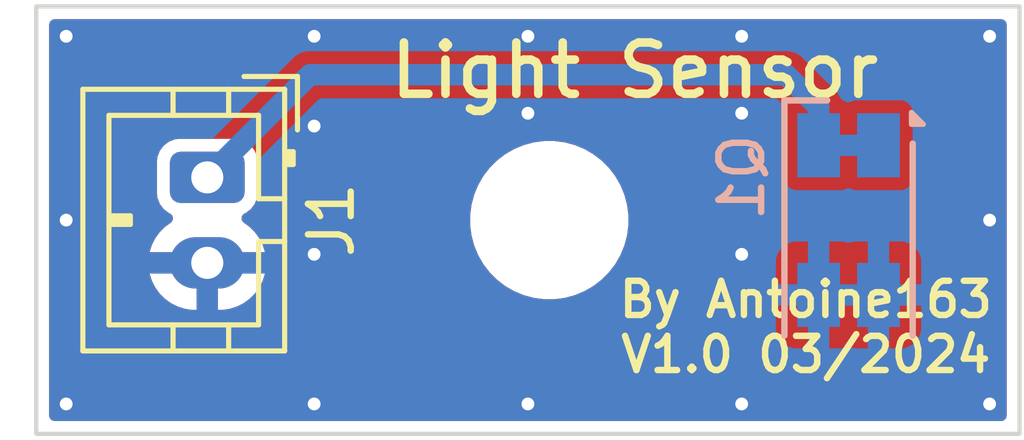
<source format=kicad_pcb>
(kicad_pcb (version 20240108) (generator "pcbnew") (generator_version "8.0")
  (title_block (title "BleSmartLock - LightSensor") (date "2024-03-16") (rev "1.0") (company "AM163") (comment 4 "AISLER Project ID: BTKFRAHW"))
  (layers (0 "F.Cu" mixed) (31 "B.Cu" mixed) (34 "B.Paste" user) (35 "F.Paste" user) (36 "B.SilkS" user "B.Silkscreen") (37 "F.SilkS" user "F.Silkscreen") (38 "B.Mask" user) (39 "F.Mask" user) (44 "Edge.Cuts" user))
  (net 0 "")
  (net 1 "Net-(J1-Pin_1)")
  (net 2 "GND")
  (footprint "Connector_JST:JST_PH_B2B-PH-K_1x02_P2.00mm_Vertical" (layer "F.Cu") (at 139 88 -90)
    (property "Reference" "J1" (at 1 -2.9 -90) (layer "F.SilkS"))
    (property "Value" "Conn_01x02")
    (fp_line (start -2.06 2.91) (end 4.06 2.91) (stroke (width 0.12)) (layer "F.SilkS"))
    (fp_line (start 4.06 2.91) (end 4.06 -1.81) (stroke (width 0.12)) (layer "F.SilkS"))
    (fp_line (start -1.45 2.3) (end 3.45 2.3) (stroke (width 0.12)) (layer "F.SilkS"))
    (fp_line (start 0.9 2.3) (end 0.9 1.8) (stroke (width 0.12)) (layer "F.SilkS"))
    (fp_line (start 1 2.3) (end 1 1.8) (stroke (width 0.12)) (layer "F.SilkS"))
    (fp_line (start 3.45 2.3) (end 3.45 -1.2) (stroke (width 0.12)) (layer "F.SilkS"))
    (fp_line (start 0.9 1.8) (end 1.1 1.8) (stroke (width 0.12)) (layer "F.SilkS"))
    (fp_line (start 1.1 1.8) (end 1.1 2.3) (stroke (width 0.12)) (layer "F.SilkS"))
    (fp_line (start -2.06 0.8) (end -1.45 0.8) (stroke (width 0.12)) (layer "F.SilkS"))
    (fp_line (start 4.06 0.8) (end 3.45 0.8) (stroke (width 0.12)) (layer "F.SilkS"))
    (fp_line (start -2.06 -0.5) (end -1.45 -0.5) (stroke (width 0.12)) (layer "F.SilkS"))
    (fp_line (start 4.06 -0.5) (end 3.45 -0.5) (stroke (width 0.12)) (layer "F.SilkS"))
    (fp_line (start -1.45 -1.2) (end -1.45 2.3) (stroke (width 0.12)) (layer "F.SilkS"))
    (fp_line (start 0.5 -1.2) (end -1.45 -1.2) (stroke (width 0.12)) (layer "F.SilkS"))
    (fp_line (start 1.5 -1.2) (end 1.5 -1.81) (stroke (width 0.12)) (layer "F.SilkS"))
    (fp_line (start 3.45 -1.2) (end 1.5 -1.2) (stroke (width 0.12)) (layer "F.SilkS"))
    (fp_line (start -2.06 -1.81) (end -2.06 2.91) (stroke (width 0.12)) (layer "F.SilkS"))
    (fp_line (start -0.3 -1.81) (end -0.3 -2.01) (stroke (width 0.12)) (layer "F.SilkS"))
    (fp_line (start 0.5 -1.81) (end 0.5 -1.2) (stroke (width 0.12)) (layer "F.SilkS"))
    (fp_line (start 4.06 -1.81) (end -2.06 -1.81) (stroke (width 0.12)) (layer "F.SilkS"))
    (fp_line (start -0.3 -1.91) (end -0.6 -1.91) (stroke (width 0.12)) (layer "F.SilkS"))
    (fp_line (start -0.6 -2.01) (end -0.6 -1.81) (stroke (width 0.12)) (layer "F.SilkS"))
    (fp_line (start -0.3 -2.01) (end -0.6 -2.01) (stroke (width 0.12)) (layer "F.SilkS"))
    (fp_line (start -2.36 -2.11) (end -2.36 -0.86) (stroke (width 0.12)) (layer "F.SilkS"))
    (fp_line (start -1.11 -2.11) (end -2.36 -2.11) (stroke (width 0.12)) (layer "F.SilkS"))
    (pad "1" thru_hole roundrect (at 0 0 270) (size 1.2 1.75) (drill 0.75) (layers "*.Cu" "*.Mask") (roundrect_rratio 0.208333) (net 1 "Net-(J1-Pin_1)"))
    (pad "2" thru_hole oval (at 2 0 270) (size 1.2 1.75) (drill 0.75) (layers "*.Cu" "*.Mask") (net 2 "GND"))
  )
  (footprint "OptoDevice:Kingbright_KPS-3227" (layer "B.Cu") (at 154 89 180)
    (property "Reference" "Q1" (at 2.5 1 -90) (layer "B.SilkS") (effects (justify mirror)))
    (property "Value" "KPS-3227")
    (fp_line (start 1.5 2.8) (end 1.5 -2.7) (stroke (width 0.15)) (layer "B.SilkS"))
    (fp_line (start 1.5 2.8) (end 0.5 2.8) (stroke (width 0.15)) (layer "B.SilkS"))
    (fp_line (start -1.5 1.79) (end -1.5 -2.7) (stroke (width 0.15)) (layer "B.SilkS"))
    (fp_poly (pts (xy -1.47 2.24) (xy -1.75 2.24) (xy -1.47 2.52) (xy -1.47 2.24)) (stroke (width 0.12)) (fill solid) (layer "B.SilkS"))
    (pad "1" smd rect (at -0.7 1.75 180) (size 1 1.5) (layers "B.Cu" "B.Paste" "B.Mask") (net 1 "Net-(J1-Pin_1)"))
    (pad "2" smd rect (at -0.7 -1.75 180) (size 1 1.5) (layers "B.Cu" "B.Paste" "B.Mask") (net 2 "GND"))
    (pad "3" smd rect (at 0.7 1.75 180) (size 1 1.5) (layers "B.Cu" "B.Paste" "B.Mask") (net 1 "Net-(J1-Pin_1)"))
    (pad "4" smd rect (at 0.7 -1.75 180) (size 1 1.5) (layers "B.Cu" "B.Paste" "B.Mask") (net 2 "GND"))
  )
  (footprint "MountingHole:MountingHole_3.2mm_M3" (layer "B.Cu") (at 147 89 -90)
    (property "Reference" "H1" (hide yes))
    (property "Value" "MountingHole")
    (pad "" np_thru_hole circle (at 0 0 270) (size 3.2 3.2) (drill 3.2) (layers "*.Cu" "*.Mask"))
  )
  (gr_rect (start 135 84) (end 158 94) (stroke (width 0.1)) (fill none) (layer "Edge.Cuts"))
  (gr_text "By Antoine163\nV1.0 03/2024" (at 153 91.5 -0) (layer "F.SilkS") (effects (font (size 0.8 0.8) (thickness 0.15) (bold yes))))
  (gr_text "Light Sensor" (at 149 85.5 -0) (layer "F.SilkS") (effects (font (size 1.2 1.2) (thickness 0.2) (bold yes))))
  (segment (start 152.54 85.6) (end 141.4 85.6) (width 0.5) (layer "B.Cu") (net 1))
  (segment (start 153.3 87.25) (end 153.3 86.36) (width 0.5) (layer "B.Cu") (net 1))
  (segment (start 153.3 87.25) (end 154.7 87.25) (width 0.5) (layer "B.Cu") (net 1))
  (segment (start 141.4 85.6) (end 139 88) (width 0.5) (layer "B.Cu") (net 1))
  (segment (start 153.3 86.36) (end 152.54 85.6) (width 0.5) (layer "B.Cu") (net 1))
  (segment (start 153.25 90.75) (end 153.3 90.75) (width 0.25) (layer "F.Cu") (net 2))
  (via (at 157.3 89) (size 0.7) (drill 0.3) (layers "F.Cu" "B.Cu") (net 2))
  (via (at 146.5 93.3) (size 0.7) (drill 0.3) (layers "F.Cu" "B.Cu") (net 2))
  (via (at 151.5 84.7) (size 0.7) (drill 0.3) (layers "F.Cu" "B.Cu") (net 2))
  (via (at 151.5 86.5) (size 0.7) (drill 0.3) (layers "F.Cu" "B.Cu") (net 2))
  (via (at 141.5 84.7) (size 0.7) (drill 0.3) (layers "F.Cu" "B.Cu") (net 2))
  (via (at 141.5 93.3) (size 0.7) (drill 0.3) (layers "F.Cu" "B.Cu") (net 2))
  (via (at 146.5 86.5) (size 0.7) (drill 0.3) (layers "F.Cu" "B.Cu") (net 2))
  (via (at 135.7 84.7) (size 0.7) (drill 0.3) (layers "F.Cu" "B.Cu") (net 2))
  (via (at 157.3 84.7) (size 0.7) (drill 0.3) (layers "F.Cu" "B.Cu") (net 2))
  (via (at 146.5 84.7) (size 0.7) (drill 0.3) (layers "F.Cu" "B.Cu") (net 2))
  (via (at 135.7 93.3) (size 0.7) (drill 0.3) (layers "F.Cu" "B.Cu") (net 2))
  (via (at 151.5 93.3) (size 0.7) (drill 0.3) (layers "F.Cu" "B.Cu") (net 2))
  (via (at 151.5 89.8) (size 0.7) (drill 0.3) (layers "F.Cu" "B.Cu") (net 2))
  (via (at 157.3 93.3) (size 0.7) (drill 0.3) (layers "F.Cu" "B.Cu") (net 2))
  (via (at 135.7 89) (size 0.7) (drill 0.3) (layers "F.Cu" "B.Cu") (net 2))
  (via (at 141.5 89.8) (size 0.7) (drill 0.3) (layers "F.Cu" "B.Cu") (net 2))
  (via (at 141.5 86.8) (size 0.7) (drill 0.3) (layers "F.Cu" "B.Cu") (net 2))
  (zone (net 2) (net_name "GND") (layers "F&B.Cu") (priority 1) (connect_pads (clearance 0.3)) (min_thickness 0.25) (fill yes (thermal_gap 0.5) (thermal_bridge_width 0.5))
    (polygon (pts (xy 135 84) (xy 158 84) (xy 158 86) (xy 158 94) (xy 135 94)))
  )
)
</source>
